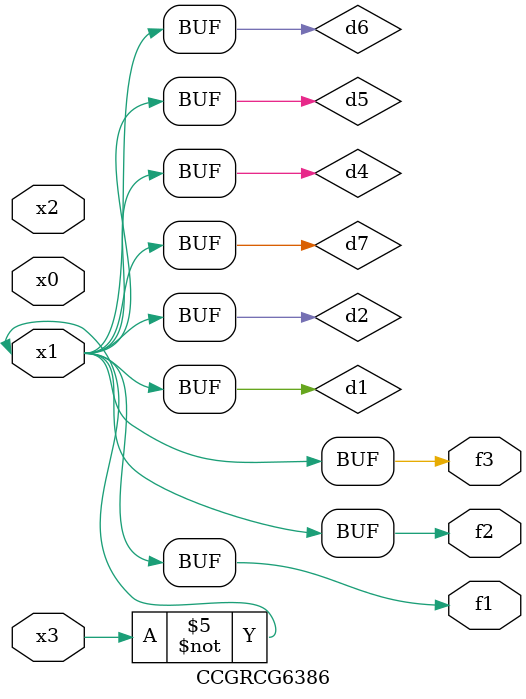
<source format=v>
module CCGRCG6386(
	input x0, x1, x2, x3,
	output f1, f2, f3
);

	wire d1, d2, d3, d4, d5, d6, d7;

	not (d1, x3);
	buf (d2, x1);
	xnor (d3, d1, d2);
	nor (d4, d1);
	buf (d5, d1, d2);
	buf (d6, d4, d5);
	nand (d7, d4);
	assign f1 = d6;
	assign f2 = d7;
	assign f3 = d6;
endmodule

</source>
